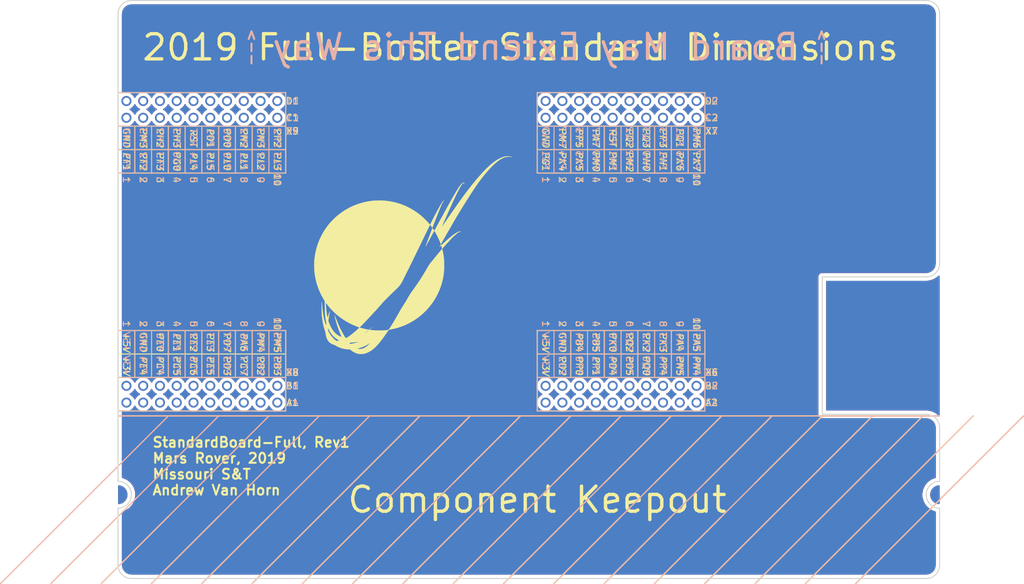
<source format=kicad_pcb>
(kicad_pcb (version 20171130) (host pcbnew "(5.0.0)")
  (layers (0 F.Cu signal) (31 B.Cu signal) (34 B.Paste user) (35 F.Paste user) (36 B.SilkS user) (37 F.SilkS user) (38 B.Mask user) (39 F.Mask user) (44 Edge.Cuts user))
  (net 0 "")
  (module MRDT_Shields:TM4C129E_Launchpad_FULL (layer F.Cu) (at 91.44 118.618)
    (fp_text reference REF** hide)
    (fp_text value TM4C129E_Launchpad_FULL hide)
    (fp_text user X9 (at 26.416 -42.418 180) (layer F.SilkS))
    (fp_text user X8 (at 26.416 -5.842 180) (layer F.SilkS))
    (fp_text user X7 (at 89.916 -42.418 180) (layer F.SilkS))
    (fp_text user X6 (at 89.916 -5.842) (layer F.SilkS))
    (fp_text user C1 (at 26.416 -44.45 180) (layer F.SilkS))
    (fp_text user D1 (at 26.416 -46.99 180) (layer F.SilkS))
    (fp_text user C2 (at 89.916 -44.45 180) (layer F.SilkS))
    (fp_text user D2 (at 89.916 -46.99) (layer F.SilkS))
    (fp_text user B1 (at 26.416 -3.81 180) (layer F.SilkS))
    (fp_text user A1 (at 26.416 -1.27 180) (layer F.SilkS))
    (fp_text user B2 (at 89.916 -3.81 180) (layer F.SilkS))
    (fp_text user A2 (at 89.916 -1.27 180) (layer F.SilkS))
    (pad +3V3 thru_hole circle (at 64.77 -1.27 180) (size 1.52 1.52) (drill 1) (layers *.Cu *.Mask F.Paste))
    (pad PM6 thru_hole circle (at 87.63 -46.99 180) (size 1.52 1.52) (drill 1) (layers *.Cu *.Mask F.Paste))
    (pad PQ1 thru_hole circle (at 85.09 -46.99 180) (size 1.52 1.52) (drill 1) (layers *.Cu *.Mask F.Paste))
    (pad PQ2 thru_hole circle (at 77.47 -46.99 180) (size 1.52 1.52) (drill 1) (layers *.Cu *.Mask F.Paste))
    (pad PK0 thru_hole circle (at 74.93 -3.81 180) (size 1.52 1.52) (drill 1) (layers *.Cu *.Mask F.Paste))
    (pad PQ3 thru_hole circle (at 80.01 -46.99 180) (size 1.52 1.52) (drill 1) (layers *.Cu *.Mask F.Paste))
    (pad PP3 thru_hole circle (at 82.55 -46.99 180) (size 1.52 1.52) (drill 1) (layers *.Cu *.Mask F.Paste))
    (pad PQ0 thru_hole circle (at 80.01 -1.27 180) (size 1.52 1.52) (drill 1) (layers *.Cu *.Mask F.Paste))
    (pad PA4 thru_hole circle (at 85.09 -3.81 180) (size 1.52 1.52) (drill 1) (layers *.Cu *.Mask F.Paste))
    (pad Rese thru_hole circle (at 74.93 -46.99 180) (size 1.52 1.52) (drill 1) (layers *.Cu *.Mask F.Paste))
    (pad PA7 thru_hole circle (at 72.39 -46.99 180) (size 1.52 1.52) (drill 1) (layers *.Cu *.Mask F.Paste))
    (pad PN5 thru_hole circle (at 85.09 -1.27 180) (size 1.52 1.52) (drill 1) (layers *.Cu *.Mask F.Paste))
    (pad PK2 thru_hole circle (at 80.01 -3.81 180) (size 1.52 1.52) (drill 1) (layers *.Cu *.Mask F.Paste))
    (pad PK1 thru_hole circle (at 77.47 -3.81 180) (size 1.52 1.52) (drill 1) (layers *.Cu *.Mask F.Paste))
    (pad +5V thru_hole circle (at 64.77 -3.81 180) (size 1.52 1.52) (drill 1) (layers *.Cu *.Mask F.Paste))
    (pad GND thru_hole circle (at 67.31 -3.81 180) (size 1.52 1.52) (drill 1) (layers *.Cu *.Mask F.Paste))
    (pad PB4 thru_hole circle (at 69.85 -3.81 180) (size 1.52 1.52) (drill 1) (layers *.Cu *.Mask F.Paste))
    (pad PB5 thru_hole circle (at 72.39 -3.81 180) (size 1.52 1.52) (drill 1) (layers *.Cu *.Mask F.Paste))
    (pad PK3 thru_hole circle (at 82.55 -3.81 180) (size 1.52 1.52) (drill 1) (layers *.Cu *.Mask F.Paste))
    (pad PA5 thru_hole circle (at 87.63 -3.81 180) (size 1.52 1.52) (drill 1) (layers *.Cu *.Mask F.Paste))
    (pad PD2 thru_hole circle (at 67.31 -1.27 180) (size 1.52 1.52) (drill 1) (layers *.Cu *.Mask F.Paste))
    (pad PP0 thru_hole circle (at 69.85 -1.27 180) (size 1.52 1.52) (drill 1) (layers *.Cu *.Mask F.Paste))
    (pad PP1 thru_hole circle (at 72.39 -1.27 180) (size 1.52 1.52) (drill 1) (layers *.Cu *.Mask F.Paste))
    (pad PD4 thru_hole circle (at 74.93 -1.27 180) (size 1.52 1.52) (drill 1) (layers *.Cu *.Mask F.Paste))
    (pad PD5 thru_hole circle (at 77.47 -1.27 180) (size 1.52 1.52) (drill 1) (layers *.Cu *.Mask F.Paste))
    (pad PP4 thru_hole circle (at 82.55 -1.27 180) (size 1.52 1.52) (drill 1) (layers *.Cu *.Mask F.Paste))
    (pad PN4 thru_hole circle (at 87.63 -1.27 180) (size 1.52 1.52) (drill 1) (layers *.Cu *.Mask F.Paste))
    (pad PG1 thru_hole circle (at 64.77 -44.45 180) (size 1.52 1.52) (drill 1) (layers *.Cu *.Mask F.Paste))
    (pad PK4 thru_hole circle (at 67.31 -44.45 180) (size 1.52 1.52) (drill 1) (layers *.Cu *.Mask F.Paste))
    (pad PK5 thru_hole circle (at 69.85 -44.45 180) (size 1.52 1.52) (drill 1) (layers *.Cu *.Mask F.Paste))
    (pad PM0 thru_hole circle (at 72.39 -44.45 180) (size 1.52 1.52) (drill 1) (layers *.Cu *.Mask F.Paste))
    (pad PM1 thru_hole circle (at 74.93 -44.45 180) (size 1.52 1.52) (drill 1) (layers *.Cu *.Mask F.Paste))
    (pad PM2 thru_hole circle (at 77.47 -44.45 180) (size 1.52 1.52) (drill 1) (layers *.Cu *.Mask F.Paste))
    (pad PH0 thru_hole circle (at 80.01 -44.45 180) (size 1.52 1.52) (drill 1) (layers *.Cu *.Mask F.Paste))
    (pad PH1 thru_hole circle (at 82.55 -44.45 180) (size 1.52 1.52) (drill 1) (layers *.Cu *.Mask F.Paste))
    (pad PK6 thru_hole circle (at 85.09 -44.45 180) (size 1.52 1.52) (drill 1) (layers *.Cu *.Mask F.Paste))
    (pad PK7 thru_hole circle (at 87.63 -44.45 180) (size 1.52 1.52) (drill 1) (layers *.Cu *.Mask F.Paste))
    (pad GND thru_hole circle (at 64.77 -46.99 180) (size 1.52 1.52) (drill 1) (layers *.Cu *.Mask F.Paste))
    (pad PM7 thru_hole circle (at 67.31 -46.99 180) (size 1.52 1.52) (drill 1) (layers *.Cu *.Mask F.Paste))
    (pad PP5 thru_hole circle (at 69.85 -46.99 180) (size 1.52 1.52) (drill 1) (layers *.Cu *.Mask F.Paste))
    (pad +5V thru_hole circle (at 1.27 -3.81 180) (size 1.52 1.52) (drill 1) (layers *.Cu *.Mask F.Paste))
    (pad GND thru_hole circle (at 3.81 -3.81 180) (size 1.52 1.52) (drill 1) (layers *.Cu *.Mask F.Paste))
    (pad PE0 thru_hole circle (at 6.35 -3.81 180) (size 1.52 1.52) (drill 1) (layers *.Cu *.Mask F.Paste))
    (pad PE1 thru_hole circle (at 8.89 -3.81 180) (size 1.52 1.52) (drill 1) (layers *.Cu *.Mask F.Paste))
    (pad PE2 thru_hole circle (at 11.43 -3.81 180) (size 1.52 1.52) (drill 1) (layers *.Cu *.Mask F.Paste))
    (pad PE3 thru_hole circle (at 13.97 -3.81 180) (size 1.52 1.52) (drill 1) (layers *.Cu *.Mask F.Paste))
    (pad PD7 thru_hole circle (at 16.51 -3.81 180) (size 1.52 1.52) (drill 1) (layers *.Cu *.Mask F.Paste))
    (pad PA6 thru_hole circle (at 19.05 -3.81 180) (size 1.52 1.52) (drill 1) (layers *.Cu *.Mask F.Paste))
    (pad PM4 thru_hole circle (at 21.59 -3.81 180) (size 1.52 1.52) (drill 1) (layers *.Cu *.Mask F.Paste))
    (pad PM5 thru_hole circle (at 24.13 -3.81 180) (size 1.52 1.52) (drill 1) (layers *.Cu *.Mask F.Paste))
    (pad +3V3 thru_hole circle (at 1.27 -1.27 180) (size 1.52 1.52) (drill 1) (layers *.Cu *.Mask F.Paste))
    (pad PE4 thru_hole circle (at 3.81 -1.27 180) (size 1.52 1.52) (drill 1) (layers *.Cu *.Mask F.Paste))
    (pad PC4 thru_hole circle (at 6.35 -1.27 180) (size 1.52 1.52) (drill 1) (layers *.Cu *.Mask F.Paste))
    (pad PC5 thru_hole circle (at 8.89 -1.27 180) (size 1.52 1.52) (drill 1) (layers *.Cu *.Mask F.Paste))
    (pad PC6 thru_hole circle (at 11.43 -1.27 180) (size 1.52 1.52) (drill 1) (layers *.Cu *.Mask F.Paste))
    (pad PE5 thru_hole circle (at 13.97 -1.27 180) (size 1.52 1.52) (drill 1) (layers *.Cu *.Mask F.Paste))
    (pad PD3 thru_hole circle (at 16.51 -1.27 180) (size 1.52 1.52) (drill 1) (layers *.Cu *.Mask F.Paste))
    (pad PC7 thru_hole circle (at 19.05 -1.27 180) (size 1.52 1.52) (drill 1) (layers *.Cu *.Mask F.Paste))
    (pad PB2 thru_hole circle (at 21.59 -1.27 180) (size 1.52 1.52) (drill 1) (layers *.Cu *.Mask F.Paste))
    (pad PB3 thru_hole circle (at 24.13 -1.27 180) (size 1.52 1.52) (drill 1) (layers *.Cu *.Mask F.Paste))
    (pad PF1 thru_hole circle (at 1.27 -44.45 180) (size 1.52 1.52) (drill 1) (layers *.Cu *.Mask F.Paste))
    (pad PF2 thru_hole circle (at 3.81 -44.45 180) (size 1.52 1.52) (drill 1) (layers *.Cu *.Mask F.Paste))
    (pad PF3 thru_hole circle (at 6.35 -44.45 180) (size 1.52 1.52) (drill 1) (layers *.Cu *.Mask F.Paste))
    (pad PG0 thru_hole circle (at 8.89 -44.45 180) (size 1.52 1.52) (drill 1) (layers *.Cu *.Mask F.Paste))
    (pad PL4 thru_hole circle (at 11.43 -44.45 180) (size 1.52 1.52) (drill 1) (layers *.Cu *.Mask F.Paste))
    (pad PL5 thru_hole circle (at 13.97 -44.45 180) (size 1.52 1.52) (drill 1) (layers *.Cu *.Mask F.Paste))
    (pad PL0 thru_hole circle (at 16.51 -44.45 180) (size 1.52 1.52) (drill 1) (layers *.Cu *.Mask F.Paste))
    (pad PL1 thru_hole circle (at 19.05 -44.45 180) (size 1.52 1.52) (drill 1) (layers *.Cu *.Mask F.Paste))
    (pad PL2 thru_hole circle (at 21.59 -44.45 180) (size 1.52 1.52) (drill 1) (layers *.Cu *.Mask F.Paste))
    (pad PL3 thru_hole circle (at 24.13 -44.45 180) (size 1.52 1.52) (drill 1) (layers *.Cu *.Mask F.Paste))
    (pad GND thru_hole circle (at 1.27 -46.99 180) (size 1.52 1.52) (drill 1) (layers *.Cu *.Mask F.Paste))
    (pad PM3 thru_hole circle (at 3.81 -46.99 180) (size 1.52 1.52) (drill 1) (layers *.Cu *.Mask F.Paste))
    (pad PH2 thru_hole circle (at 6.35 -46.99 180) (size 1.52 1.52) (drill 1) (layers *.Cu *.Mask F.Paste))
    (pad PH3 thru_hole circle (at 8.89 -46.99 180) (size 1.52 1.52) (drill 1) (layers *.Cu *.Mask F.Paste))
    (pad Rese thru_hole circle (at 11.43 -46.99 180) (size 1.52 1.52) (drill 1) (layers *.Cu *.Mask F.Paste))
    (pad PD1 thru_hole circle (at 13.97 -46.99 180) (size 1.52 1.52) (drill 1) (layers *.Cu *.Mask F.Paste))
    (pad PD0 thru_hole circle (at 16.51 -46.99 180) (size 1.52 1.52) (drill 1) (layers *.Cu *.Mask F.Paste))
    (pad PN2 thru_hole circle (at 19.05 -46.99 180) (size 1.52 1.52) (drill 1) (layers *.Cu *.Mask F.Paste))
    (pad PN3 thru_hole circle (at 21.59 -46.99 180) (size 1.52 1.52) (drill 1) (layers *.Cu *.Mask F.Paste))
    (pad PP2 thru_hole circle (at 24.13 -46.99 180) (size 1.52 1.52) (drill 1) (layers *.Cu *.Mask F.Paste))
  )
  (module MRDT_Silkscreens:MRDT_Logo_30mm (layer F.Cu) (at 136.144 94.996)
    (fp_text reference G*** hide)
    (fp_text value LOGO hide)
  )
  (gr_line (start 91.44 119.38) (end 215.9 119.38) (layer B.SilkS) (width 0.2))
  (gr_line (start 91.44 113.538) (end 116.84 113.538) (layer B.SilkS) (width 0.15))
  (gr_line (start 91.44 118.618) (end 91.44 113.538) (layer B.SilkS) (width 0.15))
  (gr_line (start 116.84 118.618) (end 91.44 118.618) (layer B.SilkS) (width 0.15))
  (gr_line (start 116.84 113.538) (end 116.84 118.618) (layer B.SilkS) (width 0.15))
  (gr_text A1 (at 117.856 117.348) (layer B.SilkS) (effects (font (size 1 1)) (justify mirror)))
  (gr_text "X8\n" (at 117.856 112.776) (layer B.SilkS) (effects (font (size 1 1)) (justify mirror)))
  (gr_text B1 (at 117.856 114.808) (layer B.SilkS) (effects (font (size 1 1)) (justify mirror)))
  (gr_text B2 (at 181.356 114.808) (layer B.SilkS) (effects (font (size 1 1)) (justify mirror)))
  (gr_text A2 (at 181.356 117.348) (layer B.SilkS) (effects (font (size 1 1)) (justify mirror)))
  (gr_text X6 (at 181.356 112.776) (layer B.SilkS) (effects (font (size 1 1)) (justify mirror)))
  (gr_text X7 (at 181.356 76.2) (layer B.SilkS) (effects (font (size 1 1)) (justify mirror)))
  (gr_text C2 (at 181.356 74.168) (layer B.SilkS) (effects (font (size 1 1)) (justify mirror)))
  (gr_text D2 (at 181.356 71.628) (layer B.SilkS) (effects (font (size 1 1)) (justify mirror)))
  (gr_text D1 (at 117.856 71.628) (layer B.SilkS) (effects (font (size 1 1)) (justify mirror)))
  (gr_text C1 (at 117.856 74.168) (layer B.SilkS) (effects (font (size 1 1)) (justify mirror)))
  (gr_text X9 (at 117.856 76.2) (layer B.SilkS) (effects (font (size 1 1)) (justify mirror)))
  (gr_line (start 116.84 70.358) (end 116.84 75.438) (layer B.SilkS) (width 0.15))
  (gr_line (start 91.44 70.358) (end 116.84 70.358) (layer B.SilkS) (width 0.15))
  (gr_line (start 91.44 75.438) (end 91.44 70.358) (layer B.SilkS) (width 0.15))
  (gr_line (start 116.84 75.438) (end 91.44 75.438) (layer B.SilkS) (width 0.15))
  (gr_line (start 91.44 82.55) (end 91.44 75.438) (layer B.SilkS) (width 0.15))
  (gr_line (start 93.98 82.55) (end 93.98 75.438) (layer B.SilkS) (width 0.15))
  (gr_line (start 96.52 82.55) (end 96.52 75.438) (layer B.SilkS) (width 0.15))
  (gr_line (start 99.06 82.55) (end 99.06 75.438) (layer B.SilkS) (width 0.15))
  (gr_line (start 101.6 82.55) (end 101.6 75.438) (layer B.SilkS) (width 0.15))
  (gr_line (start 104.14 82.55) (end 104.14 75.438) (layer B.SilkS) (width 0.15))
  (gr_line (start 106.68 82.55) (end 106.68 75.438) (layer B.SilkS) (width 0.15))
  (gr_line (start 109.22 82.55) (end 109.22 75.438) (layer B.SilkS) (width 0.15))
  (gr_line (start 111.76 82.55) (end 111.76 75.438) (layer B.SilkS) (width 0.15))
  (gr_line (start 114.3 82.55) (end 114.3 75.438) (layer B.SilkS) (width 0.15))
  (gr_line (start 116.84 82.55) (end 116.84 75.438) (layer B.SilkS) (width 0.15))
  (gr_line (start 116.84 82.55) (end 91.44 82.55) (layer B.SilkS) (width 0.15))
  (gr_line (start 91.44 78.994) (end 116.84 78.994) (layer B.SilkS) (width 0.15))
  (gr_text PN2 (at 110.49 77.216 270) (layer B.SilkS) (effects (font (size 1 1) (thickness 0.1484) italic) (justify mirror)))
  (gr_text PP2 (at 115.57 77.216 270) (layer B.SilkS) (effects (font (size 1 1) (thickness 0.1484) italic) (justify mirror)))
  (gr_text 4 (at 100.33 83.566 270) (layer B.SilkS) (effects (font (size 1 1)) (justify mirror)))
  (gr_text PH3 (at 100.33 77.216 270) (layer B.SilkS) (effects (font (size 1 1) (thickness 0.1484) italic) (justify mirror)))
  (gr_text RST (at 102.87 77.216 270) (layer B.SilkS) (effects (font (size 1 1) (thickness 0.1484) italic) (justify mirror)))
  (gr_text PL0 (at 107.95 80.772 270) (layer B.SilkS) (effects (font (size 1 1) (thickness 0.1484) italic) (justify mirror)))
  (gr_text PF3 (at 97.79 80.772 270) (layer B.SilkS) (effects (font (size 1 1) (thickness 0.1484) italic) (justify mirror)))
  (gr_text 9 (at 113.03 83.566 270) (layer B.SilkS) (effects (font (size 1 1)) (justify mirror)))
  (gr_text PL5 (at 105.41 80.772 270) (layer B.SilkS) (effects (font (size 1 1) (thickness 0.1484) italic) (justify mirror)))
  (gr_text PL4 (at 102.87 80.772 270) (layer B.SilkS) (effects (font (size 1 1) (thickness 0.1484) italic) (justify mirror)))
  (gr_text 7 (at 107.95 83.566 270) (layer B.SilkS) (effects (font (size 1 1)) (justify mirror)))
  (gr_text PM3 (at 95.25 77.216 270) (layer B.SilkS) (effects (font (size 1 1) (thickness 0.1484) italic) (justify mirror)))
  (gr_text PD0 (at 107.95 77.216 270) (layer B.SilkS) (effects (font (size 1 1) (thickness 0.1484) italic) (justify mirror)))
  (gr_text PD1 (at 105.41 77.216 270) (layer B.SilkS) (effects (font (size 1 1) (thickness 0.1484) italic) (justify mirror)))
  (gr_text 5 (at 102.87 83.566 270) (layer B.SilkS) (effects (font (size 1 1)) (justify mirror)))
  (gr_text 2 (at 95.25 83.566 270) (layer B.SilkS) (effects (font (size 1 1)) (justify mirror)))
  (gr_text 6 (at 105.41 83.566 270) (layer B.SilkS) (effects (font (size 1 1)) (justify mirror)))
  (gr_text PL2 (at 113.03 80.772 270) (layer B.SilkS) (effects (font (size 1 1) (thickness 0.1484) italic) (justify mirror)))
  (gr_text PL1 (at 110.49 80.772 270) (layer B.SilkS) (effects (font (size 1 1) (thickness 0.1484) italic) (justify mirror)))
  (gr_text GND (at 92.71 77.216 270) (layer B.SilkS) (effects (font (size 1 1) (thickness 0.1484) italic) (justify mirror)))
  (gr_text PH2 (at 97.79 77.216 270) (layer B.SilkS) (effects (font (size 1 1) (thickness 0.1484) italic) (justify mirror)))
  (gr_text PF2 (at 95.25 80.772 270) (layer B.SilkS) (effects (font (size 1 1) (thickness 0.1484) italic) (justify mirror)))
  (gr_text PF1 (at 92.71 80.772 270) (layer B.SilkS) (effects (font (size 1 1) (thickness 0.1484) italic) (justify mirror)))
  (gr_text 8 (at 110.49 83.566 270) (layer B.SilkS) (effects (font (size 1 1)) (justify mirror)))
  (gr_text 3 (at 97.79 83.566 270) (layer B.SilkS) (effects (font (size 1 1)) (justify mirror)))
  (gr_text PL3 (at 115.57 80.772 270) (layer B.SilkS) (effects (font (size 1 1) (thickness 0.1484) italic) (justify mirror)))
  (gr_text 1 (at 92.71 83.566 270) (layer B.SilkS) (effects (font (size 1 1)) (justify mirror)))
  (gr_text PN3 (at 113.03 77.216 270) (layer B.SilkS) (effects (font (size 1 1) (thickness 0.1484) italic) (justify mirror)))
  (gr_text 10 (at 115.57 83.566 270) (layer B.SilkS) (effects (font (size 1 1)) (justify mirror)))
  (gr_text PG0 (at 100.33 80.772 270) (layer B.SilkS) (effects (font (size 1 1) (thickness 0.1484) italic) (justify mirror)))
  (gr_line (start 91.44 113.538) (end 91.44 106.426) (layer B.SilkS) (width 0.15))
  (gr_line (start 93.98 113.538) (end 93.98 106.426) (layer B.SilkS) (width 0.15))
  (gr_line (start 96.52 113.538) (end 96.52 106.426) (layer B.SilkS) (width 0.15))
  (gr_line (start 99.06 113.538) (end 99.06 106.426) (layer B.SilkS) (width 0.15))
  (gr_line (start 101.6 113.538) (end 101.6 106.426) (layer B.SilkS) (width 0.15))
  (gr_line (start 104.14 113.538) (end 104.14 106.426) (layer B.SilkS) (width 0.15))
  (gr_line (start 106.68 113.538) (end 106.68 106.426) (layer B.SilkS) (width 0.15))
  (gr_line (start 109.22 113.538) (end 109.22 106.426) (layer B.SilkS) (width 0.15))
  (gr_line (start 111.76 113.538) (end 111.76 106.426) (layer B.SilkS) (width 0.15))
  (gr_line (start 114.3 113.538) (end 114.3 106.426) (layer B.SilkS) (width 0.15))
  (gr_text PC4 (at 97.79 111.76 270) (layer B.SilkS) (effects (font (size 1 1) (thickness 0.1484) italic) (justify mirror)))
  (gr_text PE4 (at 95.25 111.76 270) (layer B.SilkS) (effects (font (size 1 1) (thickness 0.1484) italic) (justify mirror)))
  (gr_text PM5 (at 115.57 108.204 270) (layer B.SilkS) (effects (font (size 1 1) (thickness 0.1484) italic) (justify mirror)))
  (gr_text GND (at 95.25 108.204 270) (layer B.SilkS) (effects (font (size 1 1) (thickness 0.1484) italic) (justify mirror)))
  (gr_text PE5 (at 105.41 111.76 270) (layer B.SilkS) (effects (font (size 1 1) (thickness 0.1484) italic) (justify mirror)))
  (gr_text PE3 (at 105.41 108.204 270) (layer B.SilkS) (effects (font (size 1 1) (thickness 0.1484) italic) (justify mirror)))
  (gr_text 5 (at 102.87 105.41 270) (layer B.SilkS) (effects (font (size 1 1)) (justify mirror)))
  (gr_text 3 (at 97.79 105.41 270) (layer B.SilkS) (effects (font (size 1 1)) (justify mirror)))
  (gr_text 10 (at 115.57 105.41 270) (layer B.SilkS) (effects (font (size 1 1)) (justify mirror)))
  (gr_text 4 (at 100.33 105.41 270) (layer B.SilkS) (effects (font (size 1 1)) (justify mirror)))
  (gr_text 9 (at 113.03 105.41 270) (layer B.SilkS) (effects (font (size 1 1)) (justify mirror)))
  (gr_text PE1 (at 100.33 108.204 270) (layer B.SilkS) (effects (font (size 1 1) (thickness 0.1484) italic) (justify mirror)))
  (gr_text 1 (at 92.71 105.41 270) (layer B.SilkS) (effects (font (size 1 1)) (justify mirror)))
  (gr_text "+3V\n" (at 92.71 111.76 270) (layer B.SilkS) (effects (font (size 1 1) (thickness 0.1484) italic) (justify mirror)))
  (gr_text PC5 (at 100.33 111.76 270) (layer B.SilkS) (effects (font (size 1 1) (thickness 0.1484) italic) (justify mirror)))
  (gr_text PD3 (at 107.95 111.76 270) (layer B.SilkS) (effects (font (size 1 1) (thickness 0.1484) italic) (justify mirror)))
  (gr_text PM4 (at 113.03 108.204 270) (layer B.SilkS) (effects (font (size 1 1) (thickness 0.1484) italic) (justify mirror)))
  (gr_text 8 (at 110.49 105.41 270) (layer B.SilkS) (effects (font (size 1 1)) (justify mirror)))
  (gr_text 7 (at 107.95 105.41 270) (layer B.SilkS) (effects (font (size 1 1)) (justify mirror)))
  (gr_text PB2 (at 113.03 111.76 270) (layer B.SilkS) (effects (font (size 1 1) (thickness 0.1484) italic) (justify mirror)))
  (gr_text PC7 (at 110.49 111.76 270) (layer B.SilkS) (effects (font (size 1 1) (thickness 0.1484) italic) (justify mirror)))
  (gr_text PB3 (at 115.57 111.76 270) (layer B.SilkS) (effects (font (size 1 1) (thickness 0.1484) italic) (justify mirror)))
  (gr_text 6 (at 105.41 105.41 270) (layer B.SilkS) (effects (font (size 1 1)) (justify mirror)))
  (gr_text 2 (at 95.25 105.41 270) (layer B.SilkS) (effects (font (size 1 1)) (justify mirror)))
  (gr_line (start 116.84 113.538) (end 116.84 106.426) (layer B.SilkS) (width 0.15))
  (gr_line (start 116.84 106.426) (end 91.44 106.426) (layer B.SilkS) (width 0.15))
  (gr_text +5V (at 92.71 108.204 270) (layer B.SilkS) (effects (font (size 1 1) (thickness 0.1484) italic) (justify mirror)))
  (gr_text PE0 (at 97.79 108.204 270) (layer B.SilkS) (effects (font (size 1 1) (thickness 0.1484) italic) (justify mirror)))
  (gr_text PD7 (at 107.95 108.204 270) (layer B.SilkS) (effects (font (size 1 1) (thickness 0.1484) italic) (justify mirror)))
  (gr_text PC6 (at 102.87 111.76 270) (layer B.SilkS) (effects (font (size 1 1) (thickness 0.1484) italic) (justify mirror)))
  (gr_text PA6 (at 110.49 108.204 270) (layer B.SilkS) (effects (font (size 1 1) (thickness 0.1484) italic) (justify mirror)))
  (gr_text PE2 (at 102.87 108.204 270) (layer B.SilkS) (effects (font (size 1 1) (thickness 0.1484) italic) (justify mirror)))
  (gr_line (start 180.34 78.994) (end 154.94 78.994) (layer B.SilkS) (width 0.15))
  (gr_line (start 180.34 75.438) (end 180.34 82.55) (layer B.SilkS) (width 0.15))
  (gr_line (start 177.8 75.438) (end 177.8 82.55) (layer B.SilkS) (width 0.15))
  (gr_line (start 175.26 75.438) (end 175.26 82.55) (layer B.SilkS) (width 0.15))
  (gr_line (start 172.72 75.438) (end 172.72 82.55) (layer B.SilkS) (width 0.15))
  (gr_line (start 170.18 75.438) (end 170.18 82.55) (layer B.SilkS) (width 0.15))
  (gr_line (start 167.64 75.438) (end 167.64 82.55) (layer B.SilkS) (width 0.15))
  (gr_line (start 165.1 75.438) (end 165.1 82.55) (layer B.SilkS) (width 0.15))
  (gr_line (start 162.56 75.438) (end 162.56 82.55) (layer B.SilkS) (width 0.15))
  (gr_line (start 160.02 75.438) (end 160.02 82.55) (layer B.SilkS) (width 0.15))
  (gr_line (start 157.48 75.438) (end 157.48 82.55) (layer B.SilkS) (width 0.15))
  (gr_line (start 154.94 75.438) (end 154.94 82.55) (layer B.SilkS) (width 0.15))
  (gr_line (start 180.34 70.358) (end 180.34 75.438) (layer B.SilkS) (width 0.15))
  (gr_line (start 154.94 70.358) (end 180.34 70.358) (layer B.SilkS) (width 0.15))
  (gr_line (start 154.94 75.438) (end 154.94 70.358) (layer B.SilkS) (width 0.15))
  (gr_line (start 180.34 75.438) (end 154.94 75.438) (layer B.SilkS) (width 0.15))
  (gr_line (start 180.34 82.55) (end 180.34 75.438) (layer B.SilkS) (width 0.15))
  (gr_line (start 99.06 119.38) (end 73.66 144.78) (layer B.SilkS) (width 0.2))
  (gr_line (start 106.68 119.38) (end 81.28 144.78) (layer B.SilkS) (width 0.2))
  (gr_line (start 114.3 119.38) (end 88.9 144.78) (layer B.SilkS) (width 0.2))
  (gr_line (start 121.92 119.38) (end 96.52 144.78) (layer B.SilkS) (width 0.2))
  (gr_line (start 129.54 119.38) (end 104.14 144.78) (layer B.SilkS) (width 0.2))
  (gr_line (start 137.16 119.38) (end 111.76 144.78) (layer B.SilkS) (width 0.2))
  (gr_line (start 144.78 119.38) (end 119.38 144.78) (layer B.SilkS) (width 0.2))
  (gr_line (start 152.4 119.38) (end 127 144.78) (layer B.SilkS) (width 0.2))
  (gr_line (start 160.02 119.38) (end 134.62 144.78) (layer B.SilkS) (width 0.2))
  (gr_line (start 167.64 119.38) (end 142.24 144.78) (layer B.SilkS) (width 0.2))
  (gr_line (start 175.26 119.38) (end 149.86 144.78) (layer B.SilkS) (width 0.2))
  (gr_line (start 182.88 119.38) (end 157.48 144.78) (layer B.SilkS) (width 0.2))
  (gr_line (start 190.5 119.38) (end 165.1 144.78) (layer B.SilkS) (width 0.2))
  (gr_line (start 198.12 119.38) (end 172.72 144.78) (layer B.SilkS) (width 0.2))
  (gr_line (start 205.74 119.38) (end 180.34 144.78) (layer B.SilkS) (width 0.2))
  (gr_line (start 213.36 119.38) (end 187.96 144.78) (layer B.SilkS) (width 0.2))
  (gr_line (start 220.98 119.38) (end 195.58 144.78) (layer B.SilkS) (width 0.2))
  (gr_line (start 228.6 119.38) (end 203.2 144.78) (layer B.SilkS) (width 0.2))
  (gr_line (start 154.94 118.618) (end 180.34 118.618) (layer B.SilkS) (width 0.15))
  (gr_line (start 154.94 113.538) (end 154.94 118.618) (layer B.SilkS) (width 0.15))
  (gr_line (start 154.94 113.538) (end 154.94 109.982) (layer B.SilkS) (width 0.15))
  (gr_line (start 180.34 113.538) (end 154.94 113.538) (layer B.SilkS) (width 0.15))
  (gr_line (start 180.34 118.618) (end 180.34 113.538) (layer B.SilkS) (width 0.15))
  (gr_text 9 (at 176.53 83.566 270) (layer B.SilkS) (effects (font (size 1 1)) (justify mirror)))
  (gr_text 7 (at 171.45 83.566 270) (layer B.SilkS) (effects (font (size 1 1)) (justify mirror)))
  (gr_text 2 (at 158.75 83.566 270) (layer B.SilkS) (effects (font (size 1 1)) (justify mirror)))
  (gr_text 8 (at 173.99 83.566 270) (layer B.SilkS) (effects (font (size 1 1)) (justify mirror)))
  (gr_text 6 (at 168.91 83.566 270) (layer B.SilkS) (effects (font (size 1 1)) (justify mirror)))
  (gr_text 4 (at 163.83 83.566 270) (layer B.SilkS) (effects (font (size 1 1)) (justify mirror)))
  (gr_text 5 (at 166.37 83.566 270) (layer B.SilkS) (effects (font (size 1 1)) (justify mirror)))
  (gr_text 3 (at 161.29 83.566 270) (layer B.SilkS) (effects (font (size 1 1)) (justify mirror)))
  (gr_text 10 (at 179.07 83.566 270) (layer B.SilkS) (effects (font (size 1 1)) (justify mirror)))
  (gr_text PK6 (at 176.53 80.62246 270) (layer B.SilkS) (effects (font (size 1 1) (thickness 0.1484) italic) (justify mirror)))
  (gr_text PK7 (at 179.07 80.62246 270) (layer B.SilkS) (effects (font (size 1 1) (thickness 0.1484) italic) (justify mirror)))
  (gr_text PH1 (at 173.99 80.62246 270) (layer B.SilkS) (effects (font (size 1 1) (thickness 0.1484) italic) (justify mirror)))
  (gr_text PA7 (at 163.83 77.06646 270) (layer B.SilkS) (effects (font (size 1 1) (thickness 0.1484) italic) (justify mirror)))
  (gr_text PP3 (at 173.99 77.06646 270) (layer B.SilkS) (effects (font (size 1 1) (thickness 0.1484) italic) (justify mirror)))
  (gr_text PM1 (at 166.37 80.62246 270) (layer B.SilkS) (effects (font (size 1 1) (thickness 0.1484) italic) (justify mirror)))
  (gr_text GND (at 156.21 77.06646 270) (layer B.SilkS) (effects (font (size 1 1) (thickness 0.1484) italic) (justify mirror)))
  (gr_text PP5 (at 161.29 77.06646 270) (layer B.SilkS) (effects (font (size 1 1) (thickness 0.1484) italic) (justify mirror)))
  (gr_text PK4 (at 158.75 80.62246 270) (layer B.SilkS) (effects (font (size 1 1) (thickness 0.1484) italic) (justify mirror)))
  (gr_text PM2 (at 168.91 80.62246 270) (layer B.SilkS) (effects (font (size 1 1) (thickness 0.1484) italic) (justify mirror)))
  (gr_text PQ3 (at 171.45 77.06646 270) (layer B.SilkS) (effects (font (size 1 1) (thickness 0.1484) italic) (justify mirror)))
  (gr_text PM0 (at 163.83 80.62246 270) (layer B.SilkS) (effects (font (size 1 1) (thickness 0.1484) italic) (justify mirror)))
  (gr_text PH0 (at 171.45 80.62246 270) (layer B.SilkS) (effects (font (size 1 1) (thickness 0.1484) italic) (justify mirror)))
  (gr_text PM7 (at 158.75 77.06646 270) (layer B.SilkS) (effects (font (size 1 1) (thickness 0.1484) italic) (justify mirror)))
  (gr_text RST (at 166.37 77.06646 270) (layer B.SilkS) (effects (font (size 1 1) (thickness 0.1484) italic) (justify mirror)))
  (gr_text PQ2 (at 168.91 77.06646 270) (layer B.SilkS) (effects (font (size 1 1) (thickness 0.1484) italic) (justify mirror)))
  (gr_text 1 (at 156.21 83.566 270) (layer B.SilkS) (effects (font (size 1 1)) (justify mirror)))
  (gr_text PG1 (at 156.21 80.62246 270) (layer B.SilkS) (effects (font (size 1 1) (thickness 0.1484) italic) (justify mirror)))
  (gr_text PK5 (at 161.29 80.62246 270) (layer B.SilkS) (effects (font (size 1 1) (thickness 0.1484) italic) (justify mirror)))
  (gr_text PQ1 (at 176.53 77.06646 270) (layer B.SilkS) (effects (font (size 1 1) (thickness 0.1484) italic) (justify mirror)))
  (gr_text PM6 (at 179.07 77.06646 270) (layer B.SilkS) (effects (font (size 1 1) (thickness 0.1484) italic) (justify mirror)))
  (gr_line (start 180.34 82.55) (end 154.94 82.55) (layer B.SilkS) (width 0.15))
  (gr_line (start 157.48 113.538) (end 157.48 106.426) (layer B.SilkS) (width 0.15))
  (gr_line (start 160.02 113.538) (end 160.02 106.426) (layer B.SilkS) (width 0.15))
  (gr_line (start 162.56 113.538) (end 162.56 106.426) (layer B.SilkS) (width 0.15))
  (gr_line (start 165.1 113.538) (end 165.1 106.426) (layer B.SilkS) (width 0.15))
  (gr_line (start 167.64 113.538) (end 167.64 106.426) (layer B.SilkS) (width 0.15))
  (gr_line (start 170.18 113.538) (end 170.18 106.426) (layer B.SilkS) (width 0.15))
  (gr_line (start 172.72 113.538) (end 172.72 106.426) (layer B.SilkS) (width 0.15))
  (gr_line (start 175.26 113.538) (end 175.26 106.426) (layer B.SilkS) (width 0.15))
  (gr_line (start 177.8 113.538) (end 177.8 106.426) (layer B.SilkS) (width 0.15))
  (gr_text PK0 (at 166.37 108.204 270) (layer B.SilkS) (effects (font (size 1 1) (thickness 0.1484) italic) (justify mirror)))
  (gr_text PK3 (at 173.99 108.204 270) (layer B.SilkS) (effects (font (size 1 1) (thickness 0.1484) italic) (justify mirror)))
  (gr_text PD4 (at 166.37 111.76 270) (layer B.SilkS) (effects (font (size 1 1) (thickness 0.1484) italic) (justify mirror)))
  (gr_text +5V (at 156.21 108.204 270) (layer B.SilkS) (effects (font (size 1 1) (thickness 0.1484) italic) (justify mirror)))
  (gr_text PB4 (at 161.29 108.204 270) (layer B.SilkS) (effects (font (size 1 1) (thickness 0.1484) italic) (justify mirror)))
  (gr_text PK2 (at 171.45 108.204 270) (layer B.SilkS) (effects (font (size 1 1) (thickness 0.1484) italic) (justify mirror)))
  (gr_text PD2 (at 158.75 111.76 270) (layer B.SilkS) (effects (font (size 1 1) (thickness 0.1484) italic) (justify mirror)))
  (gr_text PA5 (at 179.07 108.204 270) (layer B.SilkS) (effects (font (size 1 1) (thickness 0.1484) italic) (justify mirror)))
  (gr_text GND (at 158.75 108.204 270) (layer B.SilkS) (effects (font (size 1 1) (thickness 0.1484) italic) (justify mirror)))
  (gr_text PD5 (at 168.91 111.76 270) (layer B.SilkS) (effects (font (size 1 1) (thickness 0.1484) italic) (justify mirror)))
  (gr_text PP1 (at 163.83 111.76 270) (layer B.SilkS) (effects (font (size 1 1) (thickness 0.1484) italic) (justify mirror)))
  (gr_text PA4 (at 176.53 108.204 270) (layer B.SilkS) (effects (font (size 1 1) (thickness 0.1484) italic) (justify mirror)))
  (gr_text PQ0 (at 171.45 111.76 270) (layer B.SilkS) (effects (font (size 1 1) (thickness 0.1484) italic) (justify mirror)))
  (gr_text PQ2 (at 168.91 108.204 270) (layer B.SilkS) (effects (font (size 1 1) (thickness 0.1484) italic) (justify mirror)))
  (gr_text "+3V\n" (at 156.21 111.76 270) (layer B.SilkS) (effects (font (size 1 1) (thickness 0.1484) italic) (justify mirror)))
  (gr_text PP0 (at 161.29 111.76 270) (layer B.SilkS) (effects (font (size 1 1) (thickness 0.1484) italic) (justify mirror)))
  (gr_text 5 (at 166.37 105.41 270) (layer B.SilkS) (effects (font (size 1 1)) (justify mirror)))
  (gr_text 3 (at 161.29 105.41 270) (layer B.SilkS) (effects (font (size 1 1)) (justify mirror)))
  (gr_text 10 (at 179.07 105.41 270) (layer B.SilkS) (effects (font (size 1 1)) (justify mirror)))
  (gr_text 1 (at 156.21 105.41 270) (layer B.SilkS) (effects (font (size 1 1)) (justify mirror)))
  (gr_text PN4 (at 179.07 111.76 270) (layer B.SilkS) (effects (font (size 1 1) (thickness 0.1484) italic) (justify mirror)))
  (gr_text 4 (at 163.83 105.41 270) (layer B.SilkS) (effects (font (size 1 1)) (justify mirror)))
  (gr_text 9 (at 176.53 105.41 270) (layer B.SilkS) (effects (font (size 1 1)) (justify mirror)))
  (gr_text PB5 (at 163.83 108.204 270) (layer B.SilkS) (effects (font (size 1 1) (thickness 0.1484) italic) (justify mirror)))
  (gr_text 7 (at 171.45 105.41 270) (layer B.SilkS) (effects (font (size 1 1)) (justify mirror)))
  (gr_text 2 (at 158.75 105.41 270) (layer B.SilkS) (effects (font (size 1 1)) (justify mirror)))
  (gr_text 8 (at 173.99 105.41 270) (layer B.SilkS) (effects (font (size 1 1)) (justify mirror)))
  (gr_text 6 (at 168.91 105.41 270) (layer B.SilkS) (effects (font (size 1 1)) (justify mirror)))
  (gr_text PN5 (at 176.53 111.76 270) (layer B.SilkS) (effects (font (size 1 1) (thickness 0.1484) italic) (justify mirror)))
  (gr_text PP4 (at 173.99 111.76 270) (layer B.SilkS) (effects (font (size 1 1) (thickness 0.1484) italic) (justify mirror)))
  (gr_line (start 180.34 113.538) (end 180.34 106.426) (layer B.SilkS) (width 0.15))
  (gr_line (start 154.94 106.68) (end 154.94 109.982) (layer B.SilkS) (width 0.15))
  (gr_line (start 180.34 106.426) (end 154.94 106.426) (layer B.SilkS) (width 0.15))
  (gr_line (start 154.94 109.982) (end 180.34 109.982) (layer B.SilkS) (width 0.15))
  (gr_text PE2 (at 102.87 108.204 270) (layer F.SilkS) (effects (font (size 1 1) (thickness 0.1484) italic)))
  (gr_text PA6 (at 110.49 108.204 270) (layer F.SilkS) (effects (font (size 1 1) (thickness 0.1484) italic)))
  (gr_text PC6 (at 102.87 111.76 270) (layer F.SilkS) (effects (font (size 1 1) (thickness 0.1484) italic)))
  (gr_text +5V (at 92.71 108.204 270) (layer F.SilkS) (effects (font (size 1 1) (thickness 0.1484) italic)))
  (gr_text PE0 (at 97.79 108.204 270) (layer F.SilkS) (effects (font (size 1 1) (thickness 0.1484) italic)))
  (gr_text PD7 (at 107.95 108.204 270) (layer F.SilkS) (effects (font (size 1 1) (thickness 0.1484) italic)))
  (gr_text PE4 (at 95.25 111.76 270) (layer F.SilkS) (effects (font (size 1 1) (thickness 0.1484) italic)))
  (gr_text PM5 (at 115.57 108.204 270) (layer F.SilkS) (effects (font (size 1 1) (thickness 0.1484) italic)))
  (gr_text GND (at 95.25 108.204 270) (layer F.SilkS) (effects (font (size 1 1) (thickness 0.1484) italic)))
  (gr_text PE5 (at 105.41 111.76 270) (layer F.SilkS) (effects (font (size 1 1) (thickness 0.1484) italic)))
  (gr_text PC5 (at 100.33 111.76 270) (layer F.SilkS) (effects (font (size 1 1) (thickness 0.1484) italic)))
  (gr_text PM4 (at 113.03 108.204 270) (layer F.SilkS) (effects (font (size 1 1) (thickness 0.1484) italic)))
  (gr_text PD3 (at 107.95 111.76 270) (layer F.SilkS) (effects (font (size 1 1) (thickness 0.1484) italic)))
  (gr_text PE3 (at 105.41 108.204 270) (layer F.SilkS) (effects (font (size 1 1) (thickness 0.1484) italic)))
  (gr_text "+3V\n" (at 92.71 111.76 270) (layer F.SilkS) (effects (font (size 1 1) (thickness 0.1484) italic)))
  (gr_text PC4 (at 97.79 111.76 270) (layer F.SilkS) (effects (font (size 1 1) (thickness 0.1484) italic)))
  (gr_text 5 (at 102.87 105.41 270) (layer F.SilkS) (effects (font (size 1 1))))
  (gr_text 3 (at 97.79 105.41 270) (layer F.SilkS) (effects (font (size 1 1))))
  (gr_text 10 (at 115.57 105.41 270) (layer F.SilkS) (effects (font (size 1 1))))
  (gr_text 1 (at 92.71 105.41 270) (layer F.SilkS) (effects (font (size 1 1))))
  (gr_text PB3 (at 115.57 111.76 270) (layer F.SilkS) (effects (font (size 1 1) (thickness 0.1484) italic)))
  (gr_text 4 (at 100.33 105.41 270) (layer F.SilkS) (effects (font (size 1 1))))
  (gr_text 9 (at 113.03 105.41 270) (layer F.SilkS) (effects (font (size 1 1))))
  (gr_text PE1 (at 100.33 108.204 270) (layer F.SilkS) (effects (font (size 1 1) (thickness 0.1484) italic)))
  (gr_text 7 (at 107.95 105.41 270) (layer F.SilkS) (effects (font (size 1 1))))
  (gr_text 2 (at 95.25 105.41 270) (layer F.SilkS) (effects (font (size 1 1))))
  (gr_text 8 (at 110.49 105.41 270) (layer F.SilkS) (effects (font (size 1 1))))
  (gr_text 6 (at 105.41 105.41 270) (layer F.SilkS) (effects (font (size 1 1))))
  (gr_text PB2 (at 113.03 111.76 270) (layer F.SilkS) (effects (font (size 1 1) (thickness 0.1484) italic)))
  (gr_text PC7 (at 110.49 111.76 270) (layer F.SilkS) (effects (font (size 1 1) (thickness 0.1484) italic)))
  (gr_line (start 109.22 106.426) (end 109.22 113.538) (layer F.SilkS) (width 0.15))
  (gr_line (start 106.68 106.426) (end 106.68 113.538) (layer F.SilkS) (width 0.15))
  (gr_line (start 93.98 106.426) (end 93.98 113.538) (layer F.SilkS) (width 0.15))
  (gr_line (start 111.76 106.426) (end 111.76 113.538) (layer F.SilkS) (width 0.15))
  (gr_line (start 116.84 106.426) (end 116.84 113.538) (layer F.SilkS) (width 0.15))
  (gr_line (start 104.14 106.426) (end 104.14 113.538) (layer F.SilkS) (width 0.15))
  (gr_line (start 114.3 106.426) (end 114.3 113.538) (layer F.SilkS) (width 0.15))
  (gr_line (start 91.44 109.728) (end 91.44 106.426) (layer F.SilkS) (width 0.15))
  (gr_line (start 91.44 113.538) (end 91.44 109.728) (layer F.SilkS) (width 0.15))
  (gr_line (start 101.6 106.426) (end 101.6 113.538) (layer F.SilkS) (width 0.15))
  (gr_line (start 116.84 106.426) (end 91.44 106.426) (layer F.SilkS) (width 0.15))
  (gr_line (start 99.06 106.426) (end 99.06 113.538) (layer F.SilkS) (width 0.15))
  (gr_line (start 91.44 109.982) (end 116.84 109.982) (layer F.SilkS) (width 0.15))
  (gr_line (start 96.52 106.426) (end 96.52 113.538) (layer F.SilkS) (width 0.15))
  (gr_text 9 (at 176.53 105.41 270) (layer F.SilkS) (effects (font (size 1 1))))
  (gr_text 7 (at 171.45 105.41 270) (layer F.SilkS) (effects (font (size 1 1))))
  (gr_text 2 (at 158.75 105.41 270) (layer F.SilkS) (effects (font (size 1 1))))
  (gr_text 8 (at 173.99 105.41 270) (layer F.SilkS) (effects (font (size 1 1))))
  (gr_text 6 (at 168.91 105.41 270) (layer F.SilkS) (effects (font (size 1 1))))
  (gr_text 4 (at 163.83 105.41 270) (layer F.SilkS) (effects (font (size 1 1))))
  (gr_text 5 (at 166.37 105.41 270) (layer F.SilkS) (effects (font (size 1 1))))
  (gr_text 3 (at 161.29 105.41 270) (layer F.SilkS) (effects (font (size 1 1))))
  (gr_text 10 (at 179.07 105.41 270) (layer F.SilkS) (effects (font (size 1 1))))
  (gr_text 1 (at 156.21 105.41 270) (layer F.SilkS) (effects (font (size 1 1))))
  (gr_text PN5 (at 176.53 111.76 270) (layer F.SilkS) (effects (font (size 1 1) (thickness 0.1484) italic)))
  (gr_text PN4 (at 179.07 111.76 270) (layer F.SilkS) (effects (font (size 1 1) (thickness 0.1484) italic)))
  (gr_text PP4 (at 173.99 111.76 270) (layer F.SilkS) (effects (font (size 1 1) (thickness 0.1484) italic)))
  (gr_text PB5 (at 163.83 108.204 270) (layer F.SilkS) (effects (font (size 1 1) (thickness 0.1484) italic)))
  (gr_text PK3 (at 173.99 108.204 270) (layer F.SilkS) (effects (font (size 1 1) (thickness 0.1484) italic)))
  (gr_text PD4 (at 166.37 111.76 270) (layer F.SilkS) (effects (font (size 1 1) (thickness 0.1484) italic)))
  (gr_text +5V (at 156.21 108.204 270) (layer F.SilkS) (effects (font (size 1 1) (thickness 0.1484) italic)))
  (gr_text PB4 (at 161.29 108.204 270) (layer F.SilkS) (effects (font (size 1 1) (thickness 0.1484) italic)))
  (gr_text PD2 (at 158.75 111.76 270) (layer F.SilkS) (effects (font (size 1 1) (thickness 0.1484) italic)))
  (gr_text PD5 (at 168.91 111.76 270) (layer F.SilkS) (effects (font (size 1 1) (thickness 0.1484) italic)))
  (gr_text PK2 (at 171.45 108.204 270) (layer F.SilkS) (effects (font (size 1 1) (thickness 0.1484) italic)))
  (gr_text PP1 (at 163.83 111.76 270) (layer F.SilkS) (effects (font (size 1 1) (thickness 0.1484) italic)))
  (gr_text PQ0 (at 171.45 111.76 270) (layer F.SilkS) (effects (font (size 1 1) (thickness 0.1484) italic)))
  (gr_text GND (at 158.75 108.204 270) (layer F.SilkS) (effects (font (size 1 1) (thickness 0.1484) italic)))
  (gr_text PK0 (at 166.37 108.204 270) (layer F.SilkS) (effects (font (size 1 1) (thickness 0.1484) italic)))
  (gr_text PQ2 (at 168.91 108.204 270) (layer F.SilkS) (effects (font (size 1 1) (thickness 0.1484) italic)))
  (gr_text "+3V\n" (at 156.21 111.76 270) (layer F.SilkS) (effects (font (size 1 1) (thickness 0.1484) italic)))
  (gr_text PP0 (at 161.29 111.76 270) (layer F.SilkS) (effects (font (size 1 1) (thickness 0.1484) italic)))
  (gr_text PA4 (at 176.53 108.204 270) (layer F.SilkS) (effects (font (size 1 1) (thickness 0.1484) italic)))
  (gr_text PA5 (at 179.07 108.204 270) (layer F.SilkS) (effects (font (size 1 1) (thickness 0.1484) italic)))
  (gr_line (start 165.1 106.426) (end 165.1 113.538) (layer F.SilkS) (width 0.15))
  (gr_line (start 162.56 106.426) (end 162.56 113.538) (layer F.SilkS) (width 0.15))
  (gr_line (start 175.26 106.426) (end 175.26 113.538) (layer F.SilkS) (width 0.15))
  (gr_line (start 160.02 106.426) (end 160.02 113.538) (layer F.SilkS) (width 0.15))
  (gr_line (start 180.34 106.426) (end 180.34 113.538) (layer F.SilkS) (width 0.15))
  (gr_line (start 177.8 106.426) (end 177.8 113.538) (layer F.SilkS) (width 0.15))
  (gr_line (start 167.64 106.426) (end 167.64 113.538) (layer F.SilkS) (width 0.15))
  (gr_line (start 172.72 106.426) (end 172.72 113.538) (layer F.SilkS) (width 0.15))
  (gr_line (start 170.18 106.426) (end 170.18 113.538) (layer F.SilkS) (width 0.15))
  (gr_line (start 157.48 106.426) (end 157.48 113.538) (layer F.SilkS) (width 0.15))
  (gr_line (start 154.94 109.982) (end 180.34 109.982) (layer F.SilkS) (width 0.15))
  (gr_line (start 154.94 109.728) (end 154.94 106.426) (layer F.SilkS) (width 0.15))
  (gr_line (start 154.94 113.538) (end 154.94 109.728) (layer F.SilkS) (width 0.15))
  (gr_line (start 180.34 106.426) (end 154.94 106.426) (layer F.SilkS) (width 0.15))
  (gr_text 9 (at 113.03 83.566 270) (layer F.SilkS) (effects (font (size 1 1))))
  (gr_text 7 (at 107.95 83.566 270) (layer F.SilkS) (effects (font (size 1 1))))
  (gr_text 2 (at 95.25 83.566 270) (layer F.SilkS) (effects (font (size 1 1))))
  (gr_text 8 (at 110.49 83.566 270) (layer F.SilkS) (effects (font (size 1 1))))
  (gr_text 6 (at 105.41 83.566 270) (layer F.SilkS) (effects (font (size 1 1))))
  (gr_text 4 (at 100.33 83.566 270) (layer F.SilkS) (effects (font (size 1 1))))
  (gr_text 5 (at 102.87 83.566 270) (layer F.SilkS) (effects (font (size 1 1))))
  (gr_text 3 (at 97.79 83.566 270) (layer F.SilkS) (effects (font (size 1 1))))
  (gr_text 10 (at 115.57 83.566 270) (layer F.SilkS) (effects (font (size 1 1))))
  (gr_text PL2 (at 113.03 80.772 270) (layer F.SilkS) (effects (font (size 1 1) (thickness 0.1484) italic)))
  (gr_text PL3 (at 115.57 80.772 270) (layer F.SilkS) (effects (font (size 1 1) (thickness 0.1484) italic)))
  (gr_text PL1 (at 110.49 80.772 270) (layer F.SilkS) (effects (font (size 1 1) (thickness 0.1484) italic)))
  (gr_text PH3 (at 100.33 77.216 270) (layer F.SilkS) (effects (font (size 1 1) (thickness 0.1484) italic)))
  (gr_text PN2 (at 110.49 77.216 270) (layer F.SilkS) (effects (font (size 1 1) (thickness 0.1484) italic)))
  (gr_text PL4 (at 102.87 80.772 270) (layer F.SilkS) (effects (font (size 1 1) (thickness 0.1484) italic)))
  (gr_text GND (at 92.71 77.216 270) (layer F.SilkS) (effects (font (size 1 1) (thickness 0.1484) italic)))
  (gr_text PH2 (at 97.79 77.216 270) (layer F.SilkS) (effects (font (size 1 1) (thickness 0.1484) italic)))
  (gr_text PF2 (at 95.25 80.772 270) (layer F.SilkS) (effects (font (size 1 1) (thickness 0.1484) italic)))
  (gr_text PL5 (at 105.41 80.772 270) (layer F.SilkS) (effects (font (size 1 1) (thickness 0.1484) italic)))
  (gr_text PD0 (at 107.95 77.216 270) (layer F.SilkS) (effects (font (size 1 1) (thickness 0.1484) italic)))
  (gr_text PG0 (at 100.33 80.772 270) (layer F.SilkS) (effects (font (size 1 1) (thickness 0.1484) italic)))
  (gr_text PL0 (at 107.95 80.772 270) (layer F.SilkS) (effects (font (size 1 1) (thickness 0.1484) italic)))
  (gr_text PM3 (at 95.25 77.216 270) (layer F.SilkS) (effects (font (size 1 1) (thickness 0.1484) italic)))
  (gr_text RST (at 102.87 77.216 270) (layer F.SilkS) (effects (font (size 1 1) (thickness 0.1484) italic)))
  (gr_text PD1 (at 105.41 77.216 270) (layer F.SilkS) (effects (font (size 1 1) (thickness 0.1484) italic)))
  (gr_text 1 (at 92.71 83.566 270) (layer F.SilkS) (effects (font (size 1 1))))
  (gr_text PF1 (at 92.71 80.772 270) (layer F.SilkS) (effects (font (size 1 1) (thickness 0.1484) italic)))
  (gr_text PF3 (at 97.79 80.772 270) (layer F.SilkS) (effects (font (size 1 1) (thickness 0.1484) italic)))
  (gr_text PN3 (at 113.03 77.216 270) (layer F.SilkS) (effects (font (size 1 1) (thickness 0.1484) italic)))
  (gr_text PP2 (at 115.57 77.216 270) (layer F.SilkS) (effects (font (size 1 1) (thickness 0.1484) italic)))
  (gr_line (start 101.6 75.438) (end 101.6 82.55) (layer F.SilkS) (width 0.15))
  (gr_line (start 99.06 75.438) (end 99.06 82.55) (layer F.SilkS) (width 0.15))
  (gr_line (start 111.76 75.438) (end 111.76 82.55) (layer F.SilkS) (width 0.15))
  (gr_line (start 96.52 75.438) (end 96.52 82.55) (layer F.SilkS) (width 0.15))
  (gr_line (start 116.84 75.438) (end 116.84 82.55) (layer F.SilkS) (width 0.15))
  (gr_line (start 114.3 75.438) (end 114.3 82.55) (layer F.SilkS) (width 0.15))
  (gr_line (start 104.14 75.438) (end 104.14 82.55) (layer F.SilkS) (width 0.15))
  (gr_line (start 109.22 75.438) (end 109.22 82.55) (layer F.SilkS) (width 0.15))
  (gr_line (start 106.68 75.438) (end 106.68 82.55) (layer F.SilkS) (width 0.15))
  (gr_line (start 93.98 75.438) (end 93.98 82.55) (layer F.SilkS) (width 0.15))
  (gr_line (start 91.44 78.994) (end 116.84 78.994) (layer F.SilkS) (width 0.15))
  (gr_line (start 91.44 78.74) (end 91.44 75.438) (layer F.SilkS) (width 0.15))
  (gr_line (start 91.44 82.55) (end 91.44 78.74) (layer F.SilkS) (width 0.15))
  (gr_line (start 116.84 82.55) (end 91.44 82.55) (layer F.SilkS) (width 0.15))
  (gr_text 10 (at 179.07 83.566 270) (layer F.SilkS) (effects (font (size 1 1))))
  (gr_text 9 (at 176.53 83.566 270) (layer F.SilkS) (effects (font (size 1 1))))
  (gr_text 8 (at 173.99 83.566 270) (layer F.SilkS) (effects (font (size 1 1))))
  (gr_text 7 (at 171.45 83.566 270) (layer F.SilkS) (effects (font (size 1 1))))
  (gr_text 6 (at 168.91 83.566 270) (layer F.SilkS) (effects (font (size 1 1))))
  (gr_text 5 (at 166.37 83.566 270) (layer F.SilkS) (effects (font (size 1 1))))
  (gr_text 4 (at 163.83 83.566 270) (layer F.SilkS) (effects (font (size 1 1))))
  (gr_text 3 (at 161.29 83.566 270) (layer F.SilkS) (effects (font (size 1 1))))
  (gr_text 2 (at 158.75 83.566 270) (layer F.SilkS) (effects (font (size 1 1))))
  (gr_text 1 (at 156.21 83.566 270) (layer F.SilkS) (effects (font (size 1 1))))
  (gr_line (start 180.34 75.438) (end 180.34 82.55) (layer F.SilkS) (width 0.15))
  (gr_line (start 177.8 75.438) (end 177.8 82.55) (layer F.SilkS) (width 0.15))
  (gr_line (start 175.26 75.438) (end 175.26 82.55) (layer F.SilkS) (width 0.15))
  (gr_line (start 172.72 75.438) (end 172.72 82.55) (layer F.SilkS) (width 0.15))
  (gr_line (start 170.18 75.438) (end 170.18 82.55) (layer F.SilkS) (width 0.15))
  (gr_line (start 167.64 75.438) (end 167.64 82.55) (layer F.SilkS) (width 0.15))
  (gr_line (start 165.1 75.438) (end 165.1 82.55) (layer F.SilkS) (width 0.15))
  (gr_line (start 162.56 75.438) (end 162.56 82.55) (layer F.SilkS) (width 0.15))
  (gr_line (start 160.02 75.438) (end 160.02 82.55) (layer F.SilkS) (width 0.15))
  (gr_line (start 157.48 75.438) (end 157.48 82.55) (layer F.SilkS) (width 0.15))
  (gr_line (start 154.94 78.994) (end 180.34 78.994) (layer F.SilkS) (width 0.15))
  (gr_line (start 154.94 82.55) (end 154.94 78.74) (layer F.SilkS) (width 0.15))
  (gr_line (start 180.34 82.55) (end 154.94 82.55) (layer F.SilkS) (width 0.15))
  (gr_line (start 154.94 78.74) (end 154.94 75.438) (layer F.SilkS) (width 0.15))
  (gr_text PG1 (at 156.21 80.772 270) (layer F.SilkS) (effects (font (size 1 1) (thickness 0.1484) italic)))
  (gr_text PK4 (at 158.75 80.772 270) (layer F.SilkS) (effects (font (size 1 1) (thickness 0.1484) italic)))
  (gr_text PK5 (at 161.29 80.772 270) (layer F.SilkS) (effects (font (size 1 1) (thickness 0.1484) italic)))
  (gr_text PM0 (at 163.83 80.772 270) (layer F.SilkS) (effects (font (size 1 1) (thickness 0.1484) italic)))
  (gr_text PM1 (at 166.37 80.772 270) (layer F.SilkS) (effects (font (size 1 1) (thickness 0.1484) italic)))
  (gr_text PM2 (at 168.91 80.772 270) (layer F.SilkS) (effects (font (size 1 1) (thickness 0.1484) italic)))
  (gr_text PH0 (at 171.45 80.772 270) (layer F.SilkS) (effects (font (size 1 1) (thickness 0.1484) italic)))
  (gr_text PH1 (at 173.99 80.772 270) (layer F.SilkS) (effects (font (size 1 1) (thickness 0.1484) italic)))
  (gr_text PK6 (at 176.53 80.772 270) (layer F.SilkS) (effects (font (size 1 1) (thickness 0.1484) italic)))
  (gr_text GND (at 156.21 77.216 270) (layer F.SilkS) (effects (font (size 1 1) (thickness 0.1484) italic)))
  (gr_text PM7 (at 158.75 77.216 270) (layer F.SilkS) (effects (font (size 1 1) (thickness 0.1484) italic)))
  (gr_text PP5 (at 161.29 77.216 270) (layer F.SilkS) (effects (font (size 1 1) (thickness 0.1484) italic)))
  (gr_text PA7 (at 163.83 77.216 270) (layer F.SilkS) (effects (font (size 1 1) (thickness 0.1484) italic)))
  (gr_text RST (at 166.37 77.216 270) (layer F.SilkS) (effects (font (size 1 1) (thickness 0.1484) italic)))
  (gr_text PQ2 (at 168.91 77.216 270) (layer F.SilkS) (effects (font (size 1 1) (thickness 0.1484) italic)))
  (gr_text PQ3 (at 171.45 77.216 270) (layer F.SilkS) (effects (font (size 1 1) (thickness 0.1484) italic)))
  (gr_text PP3 (at 173.99 77.216 270) (layer F.SilkS) (effects (font (size 1 1) (thickness 0.1484) italic)))
  (gr_text PQ1 (at 176.53 77.216 270) (layer F.SilkS) (effects (font (size 1 1) (thickness 0.1484) italic)))
  (gr_text PK7 (at 179.07 80.772 270) (layer F.SilkS) (effects (font (size 1 1) (thickness 0.1484) italic)))
  (gr_text PM6 (at 179.07 77.216 270) (layer F.SilkS) (effects (font (size 1 1) (thickness 0.1484) italic)))
  (gr_line (start 215.9 96.266) (end 215.9 58.42) (layer Edge.Cuts) (width 0.15))
  (gr_line (start 91.44 58.42) (end 91.44 129.286) (layer Edge.Cuts) (width 0.15))
  (gr_line (start 213.868 56.388) (end 93.472 56.388) (layer Edge.Cuts) (width 0.15))
  (gr_arc (start 93.472 58.42) (end 91.44 58.42) (angle 90) (layer Edge.Cuts) (width 0.15))
  (gr_arc (start 213.868 58.42) (end 213.868 56.388) (angle 90) (layer Edge.Cuts) (width 0.15))
  (gr_line (start 228.6 119.38) (end 203.2 144.78) (layer F.SilkS) (width 0.2))
  (gr_line (start 104.14 144.78) (end 114.3 134.62) (layer F.SilkS) (width 0.2))
  (gr_line (start 88.9 144.78) (end 99.06 134.62) (layer F.SilkS) (width 0.2))
  (gr_line (start 96.52 144.78) (end 106.68 134.62) (layer F.SilkS) (width 0.2))
  (gr_line (start 165.1 144.78) (end 175.26 134.62) (layer F.SilkS) (width 0.2))
  (gr_line (start 172.72 144.78) (end 182.88 134.62) (layer F.SilkS) (width 0.2))
  (gr_line (start 157.48 144.78) (end 167.64 134.62) (layer F.SilkS) (width 0.2))
  (gr_line (start 142.24 144.78) (end 152.4 134.62) (layer F.SilkS) (width 0.2))
  (gr_line (start 134.62 144.78) (end 144.78 134.62) (layer F.SilkS) (width 0.2))
  (gr_line (start 119.38 144.78) (end 129.54 134.62) (layer F.SilkS) (width 0.2))
  (gr_line (start 149.86 144.78) (end 160.02 134.62) (layer F.SilkS) (width 0.2))
  (gr_line (start 127 144.78) (end 137.16 134.62) (layer F.SilkS) (width 0.2))
  (gr_line (start 187.96 129.54) (end 198.12 119.38) (layer F.SilkS) (width 0.2))
  (gr_line (start 180.34 129.54) (end 190.5 119.38) (layer F.SilkS) (width 0.2))
  (gr_line (start 172.72 129.54) (end 182.88 119.38) (layer F.SilkS) (width 0.2))
  (gr_line (start 165.1 129.54) (end 175.26 119.38) (layer F.SilkS) (width 0.2))
  (gr_line (start 157.48 129.54) (end 167.64 119.38) (layer F.SilkS) (width 0.2))
  (gr_line (start 149.86 129.54) (end 160.02 119.38) (layer F.SilkS) (width 0.2))
  (gr_line (start 142.24 129.54) (end 152.4 119.38) (layer F.SilkS) (width 0.2))
  (gr_line (start 134.62 129.54) (end 144.78 119.38) (layer F.SilkS) (width 0.2))
  (gr_line (start 137.16 119.38) (end 111.76 144.78) (layer F.SilkS) (width 0.2))
  (gr_line (start 205.74 119.38) (end 180.34 144.78) (layer F.SilkS) (width 0.2))
  (gr_line (start 220.98 119.38) (end 195.58 144.78) (layer F.SilkS) (width 0.2))
  (gr_line (start 213.36 119.38) (end 187.96 144.78) (layer F.SilkS) (width 0.2))
  (gr_text "StandardBoard-Full, Rev1\nMars Rover, 2019\nMissouri S&T\nAndrew Van Horn" (at 96.52 127) (layer F.SilkS) (effects (font (size 1.5 1.5) (thickness 0.3)) (justify left)))
  (gr_text "Component Keepout" (at 154.94 132.08) (layer F.SilkS) (effects (font (size 3.81 3.81) (thickness 0.508))))
  (gr_line (start 91.44 119.38) (end 215.9 119.38) (layer F.SilkS) (width 0.2))
  (gr_text --> (at 111.76 63.5 270) (layer B.SilkS) (effects (font (size 1.5 1.5) (thickness 0.3)) (justify mirror)))
  (gr_text --> (at 198.12 63.5 270) (layer B.SilkS) (effects (font (size 1.5 1.5) (thickness 0.3)) (justify mirror)))
  (gr_text "Board May Extend This Way" (at 154.686 63.4492) (layer B.SilkS) (effects (font (size 3.81 3.81) (thickness 0.508)) (justify mirror)))
  (gr_text "2019 Full-Boster Standard Dimensions" (at 152.4 63.5) (layer F.SilkS) (effects (font (size 3.81 3.81) (thickness 0.508))))
  (gr_arc (start 91.44 131.318) (end 91.44 129.286) (angle 90) (layer Edge.Cuts) (width 0.15))
  (gr_arc (start 91.44 131.318) (end 93.472 131.318) (angle 90) (layer Edge.Cuts) (width 0.15))
  (gr_arc (start 93.472 141.986) (end 93.472 144.018) (angle 90) (layer Edge.Cuts) (width 0.15))
  (gr_arc (start 213.868 141.986) (end 215.9 141.986) (angle 90) (layer Edge.Cuts) (width 0.15))
  (gr_arc (start 215.9 131.318) (end 215.9 133.35) (angle 90) (layer Edge.Cuts) (width 0.15))
  (gr_arc (start 215.9 131.318) (end 213.868 131.318) (angle 90) (layer Edge.Cuts) (width 0.15))
  (gr_arc (start 213.868 121.158) (end 213.868 119.126) (angle 90) (layer Edge.Cuts) (width 0.15))
  (gr_arc (start 213.868 96.266) (end 215.9 96.266) (angle 90) (layer Edge.Cuts) (width 0.15))
  (gr_line (start 213.868 98.298) (end 198.12 98.298) (layer Edge.Cuts) (width 0.15))
  (gr_line (start 198.12 119.126) (end 198.12 98.298) (layer Edge.Cuts) (width 0.15))
  (gr_line (start 213.868 119.126) (end 198.12 119.126) (layer Edge.Cuts) (width 0.15))
  (gr_line (start 215.9 129.286) (end 215.9 121.158) (layer Edge.Cuts) (width 0.15))
  (gr_line (start 215.9 141.986) (end 215.9 133.35) (layer Edge.Cuts) (width 0.15))
  (gr_line (start 93.472 144.018) (end 213.868 144.018) (layer Edge.Cuts) (width 0.15))
  (gr_line (start 91.44 133.35) (end 91.44 141.986) (layer Edge.Cuts) (width 0.15))
  (zone (net 0) (net_name "") (layer F.Cu) (connect_pads (clearance 0.508)) (min_thickness 0.254) (fill yes (arc_segments 16) (thermal_gap 0.508) (thermal_bridge_width 0.508))
    (polygon (pts (xy 91.44 56.388) (xy 215.9 56.388) (xy 215.9 144.018) (xy 91.44 144.018)))
  )
  (zone (net 0) (net_name "") (layer B.Cu) (connect_pads (clearance 0.508)) (min_thickness 0.254) (fill yes (arc_segments 16) (thermal_gap 0.508) (thermal_bridge_width 0.508))
    (polygon (pts (xy 91.44 56.388) (xy 215.9 56.388) (xy 215.9 144.018) (xy 91.44 144.018)))
  )
)
</source>
